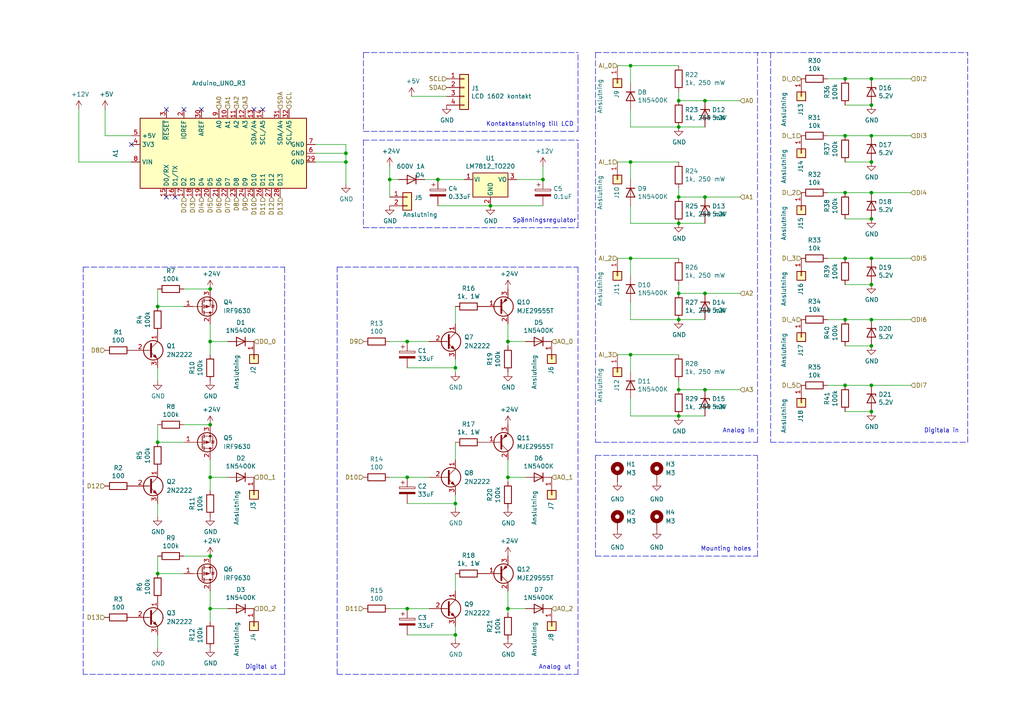
<source format=kicad_sch>
(kicad_sch (version 20211123) (generator eeschema)
  (paper "A4")
  (title_block (title "ITH PLC") (date "2021-12-02") (rev "-") (company "Institutet för tillämpad hydraulik") (comment 1 "Daniel Mårtensson"))
  (junction (at 252.73 55.88))
  (junction (at 252.73 119.38))
  (junction (at 245.11 74.93))
  (junction (at 132.08 106.68))
  (junction (at 45.72 166.37))
  (junction (at 196.85 64.77))
  (junction (at 245.11 22.86))
  (junction (at 196.85 36.83))
  (junction (at 196.85 29.21))
  (junction (at 196.85 113.03))
  (junction (at 100.33 46.99))
  (junction (at 147.32 99.06))
  (junction (at 252.73 111.76))
  (junction (at 118.11 176.53))
  (junction (at 118.11 99.06))
  (junction (at 252.73 22.86))
  (junction (at 204.47 85.09))
  (junction (at 196.85 57.15))
  (junction (at 196.85 92.71))
  (junction (at 252.73 46.99))
  (junction (at 252.73 100.33))
  (junction (at 252.73 30.48))
  (junction (at 127 52.07))
  (junction (at 147.32 138.43))
  (junction (at 245.11 55.88))
  (junction (at 157.48 52.07))
  (junction (at 196.85 85.09))
  (junction (at 252.73 39.37))
  (junction (at 60.96 176.53))
  (junction (at 182.88 74.93))
  (junction (at 118.11 138.43))
  (junction (at 60.96 123.19))
  (junction (at 45.72 128.27))
  (junction (at 60.96 161.29))
  (junction (at 60.96 99.06))
  (junction (at 252.73 92.71))
  (junction (at 142.24 59.69))
  (junction (at 252.73 74.93))
  (junction (at 113.03 52.07))
  (junction (at 245.11 111.76))
  (junction (at 204.47 113.03))
  (junction (at 182.88 19.05))
  (junction (at 204.47 57.15))
  (junction (at 147.32 176.53))
  (junction (at 45.72 88.9))
  (junction (at 252.73 82.55))
  (junction (at 245.11 92.71))
  (junction (at 245.11 39.37))
  (junction (at 204.47 29.21))
  (junction (at 182.88 46.99))
  (junction (at 182.88 102.87))
  (junction (at 196.85 120.65))
  (junction (at 100.33 44.45))
  (junction (at 132.08 146.05))
  (junction (at 252.73 63.5))
  (junction (at 60.96 138.43))
  (junction (at 60.96 83.82))
  (junction (at 132.08 184.15))
  (no_connect (at 50.8 57.15))
  (no_connect (at 48.26 31.75))
  (no_connect (at 76.2 31.75))
  (no_connect (at 73.66 31.75))
  (no_connect (at 38.1 41.91))
  (no_connect (at 53.34 31.75))
  (no_connect (at 58.42 31.75))
  (no_connect (at 48.26 57.15))
  (wire (pts (xy 252.73 30.48) (xy 245.11 30.48)))
  (wire (pts (xy 252.73 63.5) (xy 245.11 63.5)))
  (wire (pts (xy 45.72 149.86) (xy 45.72 146.05)))
  (wire (pts (xy 182.88 107.95) (xy 182.88 102.87)))
  (polyline (pts (xy 82.55 77.47) (xy 82.55 195.58)))
  (wire (pts (xy 132.08 147.32) (xy 132.08 146.05)))
  (wire (pts (xy 53.34 161.29) (xy 60.96 161.29)))
  (wire (pts (xy 204.47 120.65) (xy 196.85 120.65)))
  (wire (pts (xy 132.08 171.45) (xy 132.08 166.37)))
  (wire (pts (xy 252.73 22.86) (xy 245.11 22.86)))
  (wire (pts (xy 132.08 107.95) (xy 132.08 106.68)))
  (wire (pts (xy 147.32 133.35) (xy 147.32 138.43)))
  (wire (pts (xy 113.03 176.53) (xy 118.11 176.53)))
  (wire (pts (xy 252.73 100.33) (xy 245.11 100.33)))
  (wire (pts (xy 118.11 184.15) (xy 132.08 184.15)))
  (wire (pts (xy 60.96 133.35) (xy 60.96 138.43)))
  (wire (pts (xy 45.72 161.29) (xy 45.72 166.37)))
  (wire (pts (xy 252.73 111.76) (xy 264.16 111.76)))
  (wire (pts (xy 204.47 57.15) (xy 214.63 57.15)))
  (wire (pts (xy 182.88 24.13) (xy 182.88 19.05)))
  (wire (pts (xy 196.85 29.21) (xy 204.47 29.21)))
  (polyline (pts (xy 223.52 128.27) (xy 280.67 128.27)))
  (wire (pts (xy 252.73 119.38) (xy 245.11 119.38)))
  (wire (pts (xy 245.11 39.37) (xy 240.03 39.37)))
  (wire (pts (xy 45.72 83.82) (xy 45.72 88.9)))
  (wire (pts (xy 182.88 46.99) (xy 179.07 46.99)))
  (wire (pts (xy 182.88 36.83) (xy 196.85 36.83)))
  (polyline (pts (xy 280.67 128.27) (xy 280.67 15.24)))
  (wire (pts (xy 66.04 99.06) (xy 60.96 99.06)))
  (wire (pts (xy 132.08 93.98) (xy 132.08 88.9)))
  (wire (pts (xy 252.73 39.37) (xy 245.11 39.37)))
  (wire (pts (xy 252.73 82.55) (xy 245.11 82.55)))
  (wire (pts (xy 115.57 52.07) (xy 113.03 52.07)))
  (wire (pts (xy 38.1 39.37) (xy 30.48 39.37)))
  (wire (pts (xy 60.96 99.06) (xy 60.96 102.87)))
  (wire (pts (xy 45.72 128.27) (xy 53.34 128.27)))
  (polyline (pts (xy 97.79 195.58) (xy 167.64 195.58)))
  (wire (pts (xy 100.33 41.91) (xy 100.33 44.45)))
  (wire (pts (xy 182.88 19.05) (xy 196.85 19.05)))
  (wire (pts (xy 147.32 171.45) (xy 147.32 176.53)))
  (wire (pts (xy 147.32 93.98) (xy 147.32 99.06)))
  (polyline (pts (xy 82.55 195.58) (xy 24.13 195.58)))
  (wire (pts (xy 113.03 99.06) (xy 118.11 99.06)))
  (polyline (pts (xy 105.41 40.64) (xy 167.64 40.64)))
  (wire (pts (xy 252.73 46.99) (xy 245.11 46.99)))
  (wire (pts (xy 45.72 88.9) (xy 53.34 88.9)))
  (wire (pts (xy 118.11 106.68) (xy 132.08 106.68)))
  (wire (pts (xy 182.88 92.71) (xy 182.88 87.63)))
  (wire (pts (xy 252.73 92.71) (xy 264.16 92.71)))
  (wire (pts (xy 182.88 19.05) (xy 179.07 19.05)))
  (wire (pts (xy 53.34 123.19) (xy 60.96 123.19)))
  (wire (pts (xy 196.85 85.09) (xy 196.85 82.55)))
  (wire (pts (xy 132.08 185.42) (xy 132.08 184.15)))
  (wire (pts (xy 182.88 102.87) (xy 196.85 102.87)))
  (polyline (pts (xy 172.72 15.24) (xy 172.72 128.27)))
  (wire (pts (xy 204.47 36.83) (xy 196.85 36.83)))
  (wire (pts (xy 182.88 64.77) (xy 182.88 59.69)))
  (wire (pts (xy 245.11 55.88) (xy 240.03 55.88)))
  (polyline (pts (xy 24.13 77.47) (xy 82.55 77.47)))
  (polyline (pts (xy 105.41 66.04) (xy 167.64 66.04)))
  (wire (pts (xy 127 52.07) (xy 134.62 52.07)))
  (wire (pts (xy 149.86 52.07) (xy 157.48 52.07)))
  (wire (pts (xy 45.72 166.37) (xy 53.34 166.37)))
  (wire (pts (xy 142.24 59.69) (xy 127 59.69)))
  (wire (pts (xy 245.11 92.71) (xy 252.73 92.71)))
  (wire (pts (xy 91.44 44.45) (xy 100.33 44.45)))
  (wire (pts (xy 132.08 146.05) (xy 132.08 143.51)))
  (wire (pts (xy 182.88 36.83) (xy 182.88 31.75)))
  (wire (pts (xy 182.88 74.93) (xy 196.85 74.93)))
  (wire (pts (xy 182.88 92.71) (xy 196.85 92.71)))
  (polyline (pts (xy 172.72 15.24) (xy 280.67 15.24)))
  (polyline (pts (xy 219.71 161.29) (xy 219.71 132.08)))
  (wire (pts (xy 45.72 110.49) (xy 45.72 106.68)))
  (polyline (pts (xy 97.79 195.58) (xy 97.79 77.47)))
  (wire (pts (xy 252.73 74.93) (xy 264.16 74.93)))
  (wire (pts (xy 100.33 46.99) (xy 100.33 44.45)))
  (wire (pts (xy 196.85 113.03) (xy 196.85 110.49)))
  (polyline (pts (xy 223.52 15.24) (xy 223.52 128.27)))
  (wire (pts (xy 123.19 52.07) (xy 127 52.07)))
  (wire (pts (xy 157.48 52.07) (xy 157.48 48.26)))
  (wire (pts (xy 91.44 46.99) (xy 100.33 46.99)))
  (wire (pts (xy 240.03 92.71) (xy 245.11 92.71)))
  (wire (pts (xy 204.47 113.03) (xy 214.63 113.03)))
  (polyline (pts (xy 172.72 132.08) (xy 172.72 161.29)))
  (wire (pts (xy 118.11 146.05) (xy 132.08 146.05)))
  (wire (pts (xy 113.03 138.43) (xy 118.11 138.43)))
  (polyline (pts (xy 105.41 40.64) (xy 105.41 66.04)))
  (polyline (pts (xy 167.64 77.47) (xy 167.64 195.58)))
  (wire (pts (xy 152.4 138.43) (xy 147.32 138.43)))
  (wire (pts (xy 118.11 138.43) (xy 124.46 138.43)))
  (wire (pts (xy 147.32 100.33) (xy 147.32 99.06)))
  (wire (pts (xy 252.73 74.93) (xy 245.11 74.93)))
  (wire (pts (xy 204.47 92.71) (xy 196.85 92.71)))
  (wire (pts (xy 182.88 120.65) (xy 196.85 120.65)))
  (wire (pts (xy 30.48 39.37) (xy 30.48 31.75)))
  (wire (pts (xy 22.86 46.99) (xy 38.1 46.99)))
  (wire (pts (xy 60.96 171.45) (xy 60.96 176.53)))
  (wire (pts (xy 60.96 93.98) (xy 60.96 99.06)))
  (polyline (pts (xy 97.79 77.47) (xy 167.64 77.47)))
  (wire (pts (xy 182.88 80.01) (xy 182.88 74.93)))
  (wire (pts (xy 245.11 22.86) (xy 240.03 22.86)))
  (wire (pts (xy 53.34 83.82) (xy 60.96 83.82)))
  (wire (pts (xy 147.32 139.7) (xy 147.32 138.43)))
  (wire (pts (xy 157.48 59.69) (xy 142.24 59.69)))
  (polyline (pts (xy 167.64 38.1) (xy 167.64 15.24)))
  (wire (pts (xy 182.88 120.65) (xy 182.88 115.57)))
  (wire (pts (xy 252.73 55.88) (xy 245.11 55.88)))
  (polyline (pts (xy 105.41 15.24) (xy 167.64 15.24)))
  (wire (pts (xy 196.85 113.03) (xy 204.47 113.03)))
  (wire (pts (xy 252.73 39.37) (xy 264.16 39.37)))
  (wire (pts (xy 129.54 27.94) (xy 119.38 27.94)))
  (wire (pts (xy 196.85 57.15) (xy 196.85 54.61)))
  (wire (pts (xy 196.85 85.09) (xy 204.47 85.09)))
  (wire (pts (xy 45.72 123.19) (xy 45.72 128.27)))
  (wire (pts (xy 113.03 57.15) (xy 113.03 52.07)))
  (wire (pts (xy 118.11 176.53) (xy 124.46 176.53)))
  (wire (pts (xy 132.08 133.35) (xy 132.08 128.27)))
  (wire (pts (xy 66.04 176.53) (xy 60.96 176.53)))
  (wire (pts (xy 252.73 55.88) (xy 264.16 55.88)))
  (wire (pts (xy 182.88 74.93) (xy 179.07 74.93)))
  (wire (pts (xy 204.47 29.21) (xy 214.63 29.21)))
  (polyline (pts (xy 105.41 38.1) (xy 167.64 38.1)))
  (polyline (pts (xy 172.72 132.08) (xy 219.71 132.08)))
  (wire (pts (xy 182.88 102.87) (xy 179.07 102.87)))
  (polyline (pts (xy 105.41 15.24) (xy 105.41 38.1)))
  (wire (pts (xy 182.88 64.77) (xy 196.85 64.77)))
  (wire (pts (xy 132.08 106.68) (xy 132.08 104.14)))
  (wire (pts (xy 60.96 176.53) (xy 60.96 180.34)))
  (wire (pts (xy 204.47 85.09) (xy 214.63 85.09)))
  (wire (pts (xy 204.47 64.77) (xy 196.85 64.77)))
  (wire (pts (xy 152.4 99.06) (xy 147.32 99.06)))
  (wire (pts (xy 182.88 46.99) (xy 196.85 46.99)))
  (wire (pts (xy 196.85 29.21) (xy 196.85 26.67)))
  (polyline (pts (xy 172.72 128.27) (xy 219.71 128.27)))
  (wire (pts (xy 60.96 138.43) (xy 60.96 142.24)))
  (polyline (pts (xy 172.72 161.29) (xy 219.71 161.29)))
  (wire (pts (xy 196.85 57.15) (xy 204.47 57.15)))
  (wire (pts (xy 147.32 177.8) (xy 147.32 176.53)))
  (wire (pts (xy 132.08 184.15) (xy 132.08 181.61)))
  (wire (pts (xy 252.73 22.86) (xy 264.16 22.86)))
  (wire (pts (xy 252.73 111.76) (xy 245.11 111.76)))
  (polyline (pts (xy 24.13 195.58) (xy 24.13 77.47)))
  (wire (pts (xy 245.11 74.93) (xy 240.03 74.93)))
  (wire (pts (xy 22.86 31.75) (xy 22.86 46.99)))
  (wire (pts (xy 45.72 187.96) (xy 45.72 184.15)))
  (wire (pts (xy 118.11 99.06) (xy 124.46 99.06)))
  (wire (pts (xy 245.11 111.76) (xy 240.03 111.76)))
  (wire (pts (xy 113.03 52.07) (xy 113.03 48.26)))
  (wire (pts (xy 100.33 53.34) (xy 100.33 46.99)))
  (polyline (pts (xy 219.71 128.27) (xy 219.71 15.24)))
  (polyline (pts (xy 167.64 66.04) (xy 167.64 40.64)))
  (wire (pts (xy 91.44 41.91) (xy 100.33 41.91)))
  (wire (pts (xy 152.4 176.53) (xy 147.32 176.53)))
  (wire (pts (xy 66.04 138.43) (xy 60.96 138.43)))
  (wire (pts (xy 182.88 52.07) (xy 182.88 46.99)))
  (text "Mounting holes" (at 203.2 160.02 0) (effects (font (size 1.27 1.27)) (justify left bottom)))
  (text "Kontaktanslutning till LCD" (at 140.97 36.83 0) (effects (font (size 1.27 1.27)) (justify left bottom)))
  (text "Analog ut" (at 156.21 194.31 0) (effects (font (size 1.27 1.27)) (justify left bottom)))
  (text "Digital ut" (at 71.12 194.31 0) (effects (font (size 1.27 1.27)) (justify left bottom)))
  (text "Spänningsregulator" (at 148.59 64.77 0) (effects (font (size 1.27 1.27)) (justify left bottom)))
  (text "Analog in" (at 209.55 125.73 0) (effects (font (size 1.27 1.27)) (justify left bottom)))
  (text "Digitala in" (at 267.97 125.73 0) (effects (font (size 1.27 1.27)) (justify left bottom)))
  (hierarchical_label "AI_3" (shape input) (at 179.07 102.87 180))
  (hierarchical_label "DI4" (shape input) (at 58.42 57.15 270))
  (hierarchical_label "D13" (shape input) (at 30.48 179.07 180))
  (hierarchical_label "SCL" (shape input) (at 129.54 22.86 180))
  (hierarchical_label "D9" (shape input) (at 105.41 99.06 180))
  (hierarchical_label "D10" (shape input) (at 105.41 138.43 180))
  (hierarchical_label "D11" (shape input) (at 105.41 176.53 180))
  (hierarchical_label "DI2" (shape input) (at 264.16 22.86 0))
  (hierarchical_label "SDA" (shape input) (at 81.28 31.75 90))
  (hierarchical_label "DI_2" (shape input) (at 232.41 55.88 180))
  (hierarchical_label "DO_2" (shape input) (at 73.66 176.53 0))
  (hierarchical_label "DO_1" (shape input) (at 73.66 138.43 0))
  (hierarchical_label "A1" (shape input) (at 66.04 31.75 90))
  (hierarchical_label "A0" (shape input) (at 63.5 31.75 90))
  (hierarchical_label "DI6" (shape input) (at 264.16 92.71 0))
  (hierarchical_label "A3" (shape input) (at 214.63 113.03 0))
  (hierarchical_label "DI_4" (shape input) (at 232.41 92.71 180))
  (hierarchical_label "D12" (shape input) (at 78.74 57.15 270))
  (hierarchical_label "DI7" (shape input) (at 264.16 111.76 0))
  (hierarchical_label "D13" (shape input) (at 81.28 57.15 270))
  (hierarchical_label "DI2" (shape input) (at 53.34 57.15 270))
  (hierarchical_label "AO_0" (shape input) (at 160.02 99.06 0))
  (hierarchical_label "AI_2" (shape input) (at 179.07 74.93 180))
  (hierarchical_label "A2" (shape input) (at 68.58 31.75 90))
  (hierarchical_label "D8" (shape input) (at 30.48 101.6 180))
  (hierarchical_label "DI_0" (shape input) (at 232.41 22.86 180))
  (hierarchical_label "D11" (shape input) (at 76.2 57.15 270))
  (hierarchical_label "DI5" (shape input) (at 60.96 57.15 270))
  (hierarchical_label "AO_1" (shape input) (at 160.02 138.43 0))
  (hierarchical_label "A3" (shape input) (at 71.12 31.75 90))
  (hierarchical_label "DI6" (shape input) (at 63.5 57.15 270))
  (hierarchical_label "A1" (shape input) (at 214.63 57.15 0))
  (hierarchical_label "A2" (shape input) (at 214.63 85.09 0))
  (hierarchical_label "DI5" (shape input) (at 264.16 74.93 0))
  (hierarchical_label "DI_1" (shape input) (at 232.41 39.37 180))
  (hierarchical_label "AO_2" (shape input) (at 160.02 176.53 0))
  (hierarchical_label "D9" (shape input) (at 71.12 57.15 270))
  (hierarchical_label "SCL" (shape input) (at 83.82 31.75 90))
  (hierarchical_label "D8" (shape input) (at 68.58 57.15 270))
  (hierarchical_label "DO_0" (shape input) (at 73.66 99.06 0))
  (hierarchical_label "D12" (shape input) (at 30.48 140.97 180))
  (hierarchical_label "DI3" (shape input) (at 55.88 57.15 270))
  (hierarchical_label "DI3" (shape input) (at 264.16 39.37 0))
  (hierarchical_label "DI_5" (shape input) (at 232.41 111.76 180))
  (hierarchical_label "DI_3" (shape input) (at 232.41 74.93 180))
  (hierarchical_label "A0" (shape input) (at 214.63 29.21 0))
  (hierarchical_label "AI_0" (shape input) (at 179.07 19.05 180))
  (hierarchical_label "SDA" (shape input) (at 129.54 25.4 180))
  (hierarchical_label "DI7" (shape input) (at 66.04 57.15 270))
  (hierarchical_label "AI_1" (shape input) (at 179.07 46.99 180))
  (hierarchical_label "D10" (shape input) (at 73.66 57.15 270))
  (hierarchical_label "DI4" (shape input) (at 264.16 55.88 0))
  (symbol (lib_id "MCU_Module:Arduino_UNO_R3") (at 63.5 44.45 90) (unit 1)
    (property "Reference" "A1" (at 33.5026 44.45 0))
    (property "Value" "Arduino_UNO_R3" (at 63.5 24.13 90))
    (property "Footprint" "Module:Arduino_UNO_R3" (effects hide))
    (property "Datasheet" "https://www.arduino.cc/en/Main/arduinoBoardUno" (effects hide))
  )
  (symbol (lib_id "Regulator_Linear:LM7812_TO220") (at 142.24 52.07 0) (unit 1)
    (property "Reference" "U1" (at 142.24 45.9232 0))
    (property "Value" "LM7812_TO220" (at 142.24 48.2346 0))
    (property "Footprint" "Package_TO_SOT_THT:TO-220-3_Vertical" (effects hide))
    (property "Datasheet" "https://www.onsemi.cn/PowerSolutions/document/MC7800-D.PDF" (effects hide))
  )
  (symbol (lib_id "power:GND") (at 142.24 59.69 0) (unit 1)
    (property "Reference" "#PWR0101" (effects hide))
    (property "Value" "GND" (at 142.367 64.0842 0))
  )
  (symbol (lib_id "Goobylåda---Kretskort-rescue:CP-Device") (at 127 55.88 0) (unit 1)
    (property "Reference" "C4" (at 129.9972 54.7116 0) (effects (justify left)))
    (property "Value" "0.33uF" (at 129.9972 57.023 0) (effects (justify left)))
    (property "Footprint" "Capacitor_THT:CP_Radial_D5.0mm_P2.00mm" (effects hide))
  )
  (symbol (lib_id "Goobylåda---Kretskort-rescue:CP-Device") (at 157.48 55.88 0) (unit 1)
    (property "Reference" "C5" (at 160.4772 54.7116 0) (effects (justify left)))
    (property "Value" "0.1uF" (at 160.4772 57.023 0) (effects (justify left)))
    (property "Footprint" "Capacitor_THT:CP_Radial_D5.0mm_P2.00mm" (effects hide))
  )
  (symbol (lib_id "power:+12V") (at 157.48 48.26 0) (unit 1)
    (property "Reference" "#PWR0102" (effects hide))
    (property "Value" "+12V" (at 157.861 43.8658 0))
  )
  (symbol (lib_id "power:+24V") (at 113.03 48.26 0) (unit 1)
    (property "Reference" "#PWR0103" (effects hide))
    (property "Value" "+24V" (at 113.411 43.8658 0))
  )
  (symbol (lib_id "Device:R") (at 236.22 22.86 270) (unit 1)
    (property "Reference" "R30" (at 236.22 17.6022 90))
    (property "Value" "10k" (at 236.22 19.9136 90))
    (property "Footprint" "Resistor_THT:R_Axial_DIN0204_L3.6mm_D1.6mm_P7.62mm_Horizontal" (effects hide))
  )
  (symbol (lib_id "Device:D_Zener") (at 252.73 26.67 270) (unit 1)
    (property "Reference" "D16" (at 254.762 25.5016 90) (effects (justify left)))
    (property "Value" "5.2V" (at 254.762 27.813 90) (effects (justify left)))
    (property "Footprint" "Diode_THT:D_DO-35_SOD27_P7.62mm_Horizontal" (effects hide))
  )
  (symbol (lib_id "power:GND") (at 252.73 30.48 0) (unit 1)
    (property "Reference" "#PWR0104" (effects hide))
    (property "Value" "GND" (at 252.857 34.8742 0))
  )
  (symbol (lib_id "Device:R") (at 236.22 39.37 270) (unit 1)
    (property "Reference" "R31" (at 236.22 34.1122 90))
    (property "Value" "10k" (at 236.22 36.4236 90))
    (property "Footprint" "Resistor_THT:R_Axial_DIN0204_L3.6mm_D1.6mm_P7.62mm_Horizontal" (effects hide))
  )
  (symbol (lib_id "Device:D_Zener") (at 252.73 43.18 270) (unit 1)
    (property "Reference" "D17" (at 254.762 42.0116 90) (effects (justify left)))
    (property "Value" "5.2V" (at 254.762 44.323 90) (effects (justify left)))
    (property "Footprint" "Diode_THT:D_DO-35_SOD27_P7.62mm_Horizontal" (effects hide))
  )
  (symbol (lib_id "power:GND") (at 252.73 46.99 0) (unit 1)
    (property "Reference" "#PWR0105" (effects hide))
    (property "Value" "GND" (at 252.857 51.3842 0))
  )
  (symbol (lib_id "Device:R") (at 236.22 55.88 270) (unit 1)
    (property "Reference" "R32" (at 236.22 50.6222 90))
    (property "Value" "10k" (at 236.22 52.9336 90))
    (property "Footprint" "Resistor_THT:R_Axial_DIN0204_L3.6mm_D1.6mm_P7.62mm_Horizontal" (effects hide))
  )
  (symbol (lib_id "Device:D_Zener") (at 252.73 59.69 270) (unit 1)
    (property "Reference" "D18" (at 254.762 58.5216 90) (effects (justify left)))
    (property "Value" "5.2V" (at 254.762 60.833 90) (effects (justify left)))
    (property "Footprint" "Diode_THT:D_DO-35_SOD27_P7.62mm_Horizontal" (effects hide))
  )
  (symbol (lib_id "power:GND") (at 252.73 63.5 0) (unit 1)
    (property "Reference" "#PWR0106" (effects hide))
    (property "Value" "GND" (at 252.857 67.8942 0))
  )
  (symbol (lib_id "Device:R") (at 236.22 74.93 270) (unit 1)
    (property "Reference" "R33" (at 236.22 69.6722 90))
    (property "Value" "10k" (at 236.22 71.9836 90))
    (property "Footprint" "Resistor_THT:R_Axial_DIN0204_L3.6mm_D1.6mm_P7.62mm_Horizontal" (effects hide))
  )
  (symbol (lib_id "Device:D_Zener") (at 252.73 78.74 270) (unit 1)
    (property "Reference" "D19" (at 254.762 77.5716 90) (effects (justify left)))
    (property "Value" "5.2V" (at 254.762 79.883 90) (effects (justify left)))
    (property "Footprint" "Diode_THT:D_DO-35_SOD27_P7.62mm_Horizontal" (effects hide))
  )
  (symbol (lib_id "power:GND") (at 252.73 82.55 0) (unit 1)
    (property "Reference" "#PWR0107" (effects hide))
    (property "Value" "GND" (at 252.857 86.9442 0))
  )
  (symbol (lib_id "Device:R") (at 236.22 92.71 270) (unit 1)
    (property "Reference" "R34" (at 236.22 87.4522 90))
    (property "Value" "10k" (at 236.22 89.7636 90))
    (property "Footprint" "Resistor_THT:R_Axial_DIN0204_L3.6mm_D1.6mm_P7.62mm_Horizontal" (effects hide))
  )
  (symbol (lib_id "Device:D_Zener") (at 252.73 96.52 270) (unit 1)
    (property "Reference" "D20" (at 254.762 95.3516 90) (effects (justify left)))
    (property "Value" "5.2V" (at 254.762 97.663 90) (effects (justify left)))
    (property "Footprint" "Diode_THT:D_DO-35_SOD27_P7.62mm_Horizontal" (effects hide))
  )
  (symbol (lib_id "power:GND") (at 252.73 100.33 0) (unit 1)
    (property "Reference" "#PWR0108" (effects hide))
    (property "Value" "GND" (at 252.857 104.7242 0))
  )
  (symbol (lib_id "Device:R") (at 236.22 111.76 270) (unit 1)
    (property "Reference" "R35" (at 236.22 106.5022 90))
    (property "Value" "10k" (at 236.22 108.8136 90))
    (property "Footprint" "Resistor_THT:R_Axial_DIN0204_L3.6mm_D1.6mm_P7.62mm_Horizontal" (effects hide))
  )
  (symbol (lib_id "Device:D_Zener") (at 252.73 115.57 270) (unit 1)
    (property "Reference" "D21" (at 254.762 114.4016 90) (effects (justify left)))
    (property "Value" "5.2V" (at 254.762 116.713 90) (effects (justify left)))
    (property "Footprint" "Diode_THT:D_DO-35_SOD27_P7.62mm_Horizontal" (effects hide))
  )
  (symbol (lib_id "power:GND") (at 252.73 119.38 0) (unit 1)
    (property "Reference" "#PWR0109" (effects hide))
    (property "Value" "GND" (at 252.857 123.7742 0))
  )
  (symbol (lib_id "power:GND") (at 100.33 53.34 0) (unit 1)
    (property "Reference" "#PWR0110" (effects hide))
    (property "Value" "GND" (at 100.457 57.7342 0))
  )
  (symbol (lib_id "power:+12V") (at 22.86 31.75 0) (unit 1)
    (property "Reference" "#PWR0111" (effects hide))
    (property "Value" "+12V" (at 23.241 27.3558 0))
  )
  (symbol (lib_id "Device:R") (at 196.85 33.02 0) (unit 1)
    (property "Reference" "R23" (at 198.628 31.8516 0) (effects (justify left)))
    (property "Value" "1k, 250 mW" (at 198.628 34.163 0) (effects (justify left)))
    (property "Footprint" "Resistor_THT:R_Axial_DIN0207_L6.3mm_D2.5mm_P10.16mm_Horizontal" (effects hide))
  )
  (symbol (lib_id "Device:R") (at 196.85 22.86 0) (unit 1)
    (property "Reference" "R22" (at 198.628 21.6916 0) (effects (justify left)))
    (property "Value" "1k, 250 mW" (at 198.628 24.003 0) (effects (justify left)))
    (property "Footprint" "Resistor_THT:R_Axial_DIN0207_L6.3mm_D2.5mm_P10.16mm_Horizontal" (effects hide))
  )
  (symbol (lib_id "Device:D_Zener") (at 204.47 33.02 270) (unit 1)
    (property "Reference" "D12" (at 206.502 31.8516 90) (effects (justify left)))
    (property "Value" "5.2V" (at 206.502 34.163 90) (effects (justify left)))
    (property "Footprint" "Diode_THT:D_DO-35_SOD27_P7.62mm_Horizontal" (effects hide))
  )
  (symbol (lib_id "Device:D") (at 182.88 27.94 270) (unit 1)
    (property "Reference" "D8" (at 184.912 26.7716 90) (effects (justify left)))
    (property "Value" "1N5400K" (at 184.912 29.083 90) (effects (justify left)))
    (property "Footprint" "Diode_THT:D_DO-15_P12.70mm_Horizontal" (effects hide))
  )
  (symbol (lib_id "power:GND") (at 196.85 36.83 0) (unit 1)
    (property "Reference" "#PWR0112" (effects hide))
    (property "Value" "GND" (at 196.977 41.2242 0))
  )
  (symbol (lib_id "Device:R") (at 196.85 60.96 0) (unit 1)
    (property "Reference" "R25" (at 198.628 59.7916 0) (effects (justify left)))
    (property "Value" "1k, 250 mW" (at 198.628 62.103 0) (effects (justify left)))
    (property "Footprint" "Resistor_THT:R_Axial_DIN0207_L6.3mm_D2.5mm_P10.16mm_Horizontal" (effects hide))
  )
  (symbol (lib_id "Device:R") (at 196.85 50.8 0) (unit 1)
    (property "Reference" "R24" (at 198.628 49.6316 0) (effects (justify left)))
    (property "Value" "1k, 250 mW" (at 198.628 51.943 0) (effects (justify left)))
    (property "Footprint" "Resistor_THT:R_Axial_DIN0207_L6.3mm_D2.5mm_P10.16mm_Horizontal" (effects hide))
  )
  (symbol (lib_id "Device:D_Zener") (at 204.47 60.96 270) (unit 1)
    (property "Reference" "D13" (at 206.502 59.7916 90) (effects (justify left)))
    (property "Value" "5.2V" (at 206.502 62.103 90) (effects (justify left)))
    (property "Footprint" "Diode_THT:D_DO-35_SOD27_P7.62mm_Horizontal" (effects hide))
  )
  (symbol (lib_id "power:GND") (at 196.85 64.77 0) (unit 1)
    (property "Reference" "#PWR0113" (effects hide))
    (property "Value" "GND" (at 196.977 69.1642 0))
  )
  (symbol (lib_id "Device:R") (at 196.85 88.9 0) (unit 1)
    (property "Reference" "R27" (at 198.628 87.7316 0) (effects (justify left)))
    (property "Value" "1k, 250 mW" (at 198.628 90.043 0) (effects (justify left)))
    (property "Footprint" "Resistor_THT:R_Axial_DIN0207_L6.3mm_D2.5mm_P10.16mm_Horizontal" (effects hide))
  )
  (symbol (lib_id "Device:R") (at 196.85 78.74 0) (unit 1)
    (property "Reference" "R26" (at 198.628 77.5716 0) (effects (justify left)))
    (property "Value" "1k, 250 mW" (at 198.628 79.883 0) (effects (justify left)))
    (property "Footprint" "Resistor_THT:R_Axial_DIN0207_L6.3mm_D2.5mm_P10.16mm_Horizontal" (effects hide))
  )
  (symbol (lib_id "Device:D_Zener") (at 204.47 88.9 270) (unit 1)
    (property "Reference" "D14" (at 206.502 87.7316 90) (effects (justify left)))
    (property "Value" "5.2V" (at 206.502 90.043 90) (effects (justify left)))
    (property "Footprint" "Diode_THT:D_DO-35_SOD27_P7.62mm_Horizontal" (effects hide))
  )
  (symbol (lib_id "power:GND") (at 196.85 92.71 0) (unit 1)
    (property "Reference" "#PWR0114" (effects hide))
    (property "Value" "GND" (at 196.977 97.1042 0))
  )
  (symbol (lib_id "Device:R") (at 196.85 116.84 0) (unit 1)
    (property "Reference" "R29" (at 198.628 115.6716 0) (effects (justify left)))
    (property "Value" "1k, 250 mW" (at 198.628 117.983 0) (effects (justify left)))
    (property "Footprint" "Resistor_THT:R_Axial_DIN0207_L6.3mm_D2.5mm_P10.16mm_Horizontal" (effects hide))
  )
  (symbol (lib_id "Device:R") (at 196.85 106.68 0) (unit 1)
    (property "Reference" "R28" (at 198.628 105.5116 0) (effects (justify left)))
    (property "Value" "1k, 250 mW" (at 198.628 107.823 0) (effects (justify left)))
    (property "Footprint" "Resistor_THT:R_Axial_DIN0207_L6.3mm_D2.5mm_P10.16mm_Horizontal" (effects hide))
  )
  (symbol (lib_id "Device:D_Zener") (at 204.47 116.84 270) (unit 1)
    (property "Reference" "D15" (at 206.502 115.6716 90) (effects (justify left)))
    (property "Value" "5.2V" (at 206.502 117.983 90) (effects (justify left)))
    (property "Footprint" "Diode_THT:D_DO-35_SOD27_P7.62mm_Horizontal" (effects hide))
  )
  (symbol (lib_id "power:GND") (at 196.85 120.65 0) (unit 1)
    (property "Reference" "#PWR0115" (effects hide))
    (property "Value" "GND" (at 196.977 125.0442 0))
  )
  (symbol (lib_id "Device:D") (at 182.88 55.88 270) (unit 1)
    (property "Reference" "D9" (at 184.912 54.7116 90) (effects (justify left)))
    (property "Value" "1N5400K" (at 184.912 57.023 90) (effects (justify left)))
    (property "Footprint" "Diode_THT:D_DO-15_P12.70mm_Horizontal" (effects hide))
  )
  (symbol (lib_id "Device:D") (at 182.88 83.82 270) (unit 1)
    (property "Reference" "D10" (at 184.912 82.6516 90) (effects (justify left)))
    (property "Value" "1N5400K" (at 184.912 84.963 90) (effects (justify left)))
    (property "Footprint" "Diode_THT:D_DO-15_P12.70mm_Horizontal" (effects hide))
  )
  (symbol (lib_id "Device:D") (at 182.88 111.76 270) (unit 1)
    (property "Reference" "D11" (at 184.912 110.5916 90) (effects (justify left)))
    (property "Value" "1N5400K" (at 184.912 112.903 90) (effects (justify left)))
    (property "Footprint" "Diode_THT:D_DO-15_P12.70mm_Horizontal" (effects hide))
  )
  (symbol (lib_id "Connector_Generic:Conn_01x04") (at 134.62 25.4 0) (unit 1)
    (property "Reference" "J1" (at 136.652 25.6032 0) (effects (justify left)))
    (property "Value" "LCD 1602 kontakt" (at 136.652 27.9146 0) (effects (justify left)))
    (property "Footprint" "Connector_PinHeader_2.54mm:PinHeader_1x04_P2.54mm_Vertical" (effects hide))
  )
  (symbol (lib_id "power:+5V") (at 30.48 31.75 0) (unit 1)
    (property "Reference" "#PWR0116" (effects hide))
    (property "Value" "+5V" (at 30.861 27.3558 0))
  )
  (symbol (lib_id "power:GND") (at 129.54 30.48 0) (unit 1)
    (property "Reference" "#PWR0118" (effects hide))
    (property "Value" "GND" (at 129.667 34.8742 0))
  )
  (symbol (lib_id "power:+5V") (at 119.38 27.94 0) (unit 1)
    (property "Reference" "#PWR0117" (effects hide))
    (property "Value" "+5V" (at 119.761 23.5458 0))
  )
  (symbol (lib_id "Device:R") (at 45.72 92.71 0) (unit 1)
    (property "Reference" "R4" (at 40.4622 92.71 90))
    (property "Value" "100k" (at 42.7736 92.71 90))
    (property "Footprint" "Resistor_THT:R_Axial_DIN0204_L3.6mm_D1.6mm_P7.62mm_Horizontal" (effects hide))
  )
  (symbol (lib_id "Device:R") (at 147.32 104.14 0) (unit 1)
    (property "Reference" "R19" (at 142.0622 104.14 90))
    (property "Value" "100k" (at 144.3736 104.14 90))
    (property "Footprint" "Resistor_THT:R_Axial_DIN0204_L3.6mm_D1.6mm_P7.62mm_Horizontal" (effects hide))
  )
  (symbol (lib_id "power:GND") (at 147.32 107.95 0) (unit 1)
    (property "Reference" "#PWR0119" (effects hide))
    (property "Value" "GND" (at 147.447 112.3442 0))
  )
  (symbol (lib_id "Device:D") (at 156.21 99.06 180) (unit 1)
    (property "Reference" "D5" (at 156.21 93.5482 0))
    (property "Value" "1N5400K" (at 156.21 95.8596 0))
    (property "Footprint" "Diode_THT:D_DO-15_P12.70mm_Horizontal" (effects hide))
  )
  (symbol (lib_id "power:+24V") (at 147.32 83.82 0) (unit 1)
    (property "Reference" "#PWR0120" (effects hide))
    (property "Value" "+24V" (at 147.701 79.4258 0))
  )
  (symbol (lib_id "Device:R") (at 135.89 88.9 270) (unit 1)
    (property "Reference" "R16" (at 135.89 83.6422 90))
    (property "Value" "1k, 1W" (at 135.89 85.9536 90))
    (property "Footprint" "Resistor_THT:R_Axial_DIN0207_L6.3mm_D2.5mm_P10.16mm_Horizontal" (effects hide))
  )
  (symbol (lib_id "power:GND") (at 132.08 107.95 0) (unit 1)
    (property "Reference" "#PWR0121" (effects hide))
    (property "Value" "GND" (at 132.207 112.3442 0))
  )
  (symbol (lib_id "Device:R") (at 109.22 99.06 270) (unit 1)
    (property "Reference" "R13" (at 109.22 93.8022 90))
    (property "Value" "100" (at 109.22 96.1136 90))
    (property "Footprint" "Resistor_THT:R_Axial_DIN0204_L3.6mm_D1.6mm_P7.62mm_Horizontal" (effects hide))
  )
  (symbol (lib_id "Device:R") (at 60.96 146.05 0) (unit 1)
    (property "Reference" "R11" (at 55.7022 146.05 90))
    (property "Value" "100k" (at 58.0136 146.05 90))
    (property "Footprint" "Resistor_THT:R_Axial_DIN0204_L3.6mm_D1.6mm_P7.62mm_Horizontal" (effects hide))
  )
  (symbol (lib_id "power:GND") (at 60.96 149.86 0) (unit 1)
    (property "Reference" "#PWR0131" (effects hide))
    (property "Value" "GND" (at 61.087 154.2542 0))
  )
  (symbol (lib_id "power:+24V") (at 60.96 123.19 0) (unit 1)
    (property "Reference" "#PWR0132" (effects hide))
    (property "Value" "+24V" (at 61.341 118.7958 0))
  )
  (symbol (lib_id "Device:R") (at 49.53 123.19 270) (unit 1)
    (property "Reference" "R8" (at 49.53 117.9322 90))
    (property "Value" "100k" (at 49.53 120.2436 90))
    (property "Footprint" "Resistor_THT:R_Axial_DIN0204_L3.6mm_D1.6mm_P7.62mm_Horizontal" (effects hide))
  )
  (symbol (lib_id "power:GND") (at 45.72 149.86 0) (unit 1)
    (property "Reference" "#PWR0133" (effects hide))
    (property "Value" "GND" (at 45.847 154.2542 0))
  )
  (symbol (lib_id "Device:R") (at 34.29 140.97 270) (unit 1)
    (property "Reference" "R2" (at 34.29 135.7122 90))
    (property "Value" "100" (at 34.29 138.0236 90))
    (property "Footprint" "Resistor_THT:R_Axial_DIN0204_L3.6mm_D1.6mm_P7.62mm_Horizontal" (effects hide))
  )
  (symbol (lib_id "Device:R") (at 45.72 132.08 0) (unit 1)
    (property "Reference" "R5" (at 40.4622 132.08 90))
    (property "Value" "100k" (at 42.7736 132.08 90))
    (property "Footprint" "Resistor_THT:R_Axial_DIN0204_L3.6mm_D1.6mm_P7.62mm_Horizontal" (effects hide))
  )
  (symbol (lib_id "Device:R") (at 147.32 143.51 0) (unit 1)
    (property "Reference" "R20" (at 142.0622 143.51 90))
    (property "Value" "100k" (at 144.3736 143.51 90))
    (property "Footprint" "Resistor_THT:R_Axial_DIN0204_L3.6mm_D1.6mm_P7.62mm_Horizontal" (effects hide))
  )
  (symbol (lib_id "power:GND") (at 147.32 147.32 0) (unit 1)
    (property "Reference" "#PWR0122" (effects hide))
    (property "Value" "GND" (at 147.447 151.7142 0))
  )
  (symbol (lib_id "Device:D") (at 156.21 138.43 180) (unit 1)
    (property "Reference" "D6" (at 156.21 132.9182 0))
    (property "Value" "1N5400K" (at 156.21 135.2296 0))
    (property "Footprint" "Diode_THT:D_DO-15_P12.70mm_Horizontal" (effects hide))
  )
  (symbol (lib_id "power:+24V") (at 147.32 123.19 0) (unit 1)
    (property "Reference" "#PWR0123" (effects hide))
    (property "Value" "+24V" (at 147.701 118.7958 0))
  )
  (symbol (lib_id "Device:R") (at 135.89 128.27 270) (unit 1)
    (property "Reference" "R17" (at 135.89 123.0122 90))
    (property "Value" "1k, 1W" (at 135.89 125.3236 90))
    (property "Footprint" "Resistor_THT:R_Axial_DIN0207_L6.3mm_D2.5mm_P10.16mm_Horizontal" (effects hide))
  )
  (symbol (lib_id "power:GND") (at 132.08 147.32 0) (unit 1)
    (property "Reference" "#PWR0124" (effects hide))
    (property "Value" "GND" (at 132.207 151.7142 0))
  )
  (symbol (lib_id "Device:R") (at 109.22 138.43 270) (unit 1)
    (property "Reference" "R14" (at 109.22 133.1722 90))
    (property "Value" "100" (at 109.22 135.4836 90))
    (property "Footprint" "Resistor_THT:R_Axial_DIN0204_L3.6mm_D1.6mm_P7.62mm_Horizontal" (effects hide))
  )
  (symbol (lib_id "Device:R") (at 147.32 181.61 0) (unit 1)
    (property "Reference" "R21" (at 142.0622 181.61 90))
    (property "Value" "100k" (at 144.3736 181.61 90))
    (property "Footprint" "Resistor_THT:R_Axial_DIN0204_L3.6mm_D1.6mm_P7.62mm_Horizontal" (effects hide))
  )
  (symbol (lib_id "power:GND") (at 147.32 185.42 0) (unit 1)
    (property "Reference" "#PWR0125" (effects hide))
    (property "Value" "GND" (at 147.447 189.8142 0))
  )
  (symbol (lib_id "Device:D") (at 156.21 176.53 180) (unit 1)
    (property "Reference" "D7" (at 156.21 171.0182 0))
    (property "Value" "1N5400K" (at 156.21 173.3296 0))
    (property "Footprint" "Diode_THT:D_DO-15_P12.70mm_Horizontal" (effects hide))
  )
  (symbol (lib_id "power:+24V") (at 147.32 161.29 0) (unit 1)
    (property "Reference" "#PWR0126" (effects hide))
    (property "Value" "+24V" (at 147.701 156.8958 0))
  )
  (symbol (lib_id "Device:R") (at 135.89 166.37 270) (unit 1)
    (property "Reference" "R18" (at 135.89 161.1122 90))
    (property "Value" "1k, 1W" (at 135.89 163.4236 90))
    (property "Footprint" "Resistor_THT:R_Axial_DIN0207_L6.3mm_D2.5mm_P10.16mm_Horizontal" (effects hide))
  )
  (symbol (lib_id "power:GND") (at 132.08 185.42 0) (unit 1)
    (property "Reference" "#PWR0127" (effects hide))
    (property "Value" "GND" (at 132.207 189.8142 0))
  )
  (symbol (lib_id "Device:R") (at 109.22 176.53 270) (unit 1)
    (property "Reference" "R15" (at 109.22 171.2722 90))
    (property "Value" "100" (at 109.22 173.5836 90))
    (property "Footprint" "Resistor_THT:R_Axial_DIN0204_L3.6mm_D1.6mm_P7.62mm_Horizontal" (effects hide))
  )
  (symbol (lib_id "Device:R") (at 60.96 184.15 0) (unit 1)
    (property "Reference" "R12" (at 55.7022 184.15 90))
    (property "Value" "100k" (at 58.0136 184.15 90))
    (property "Footprint" "Resistor_THT:R_Axial_DIN0204_L3.6mm_D1.6mm_P7.62mm_Horizontal" (effects hide))
  )
  (symbol (lib_id "power:GND") (at 60.96 187.96 0) (unit 1)
    (property "Reference" "#PWR0134" (effects hide))
    (property "Value" "GND" (at 61.087 192.3542 0))
  )
  (symbol (lib_id "power:+24V") (at 60.96 161.29 0) (unit 1)
    (property "Reference" "#PWR0135" (effects hide))
    (property "Value" "+24V" (at 61.341 156.8958 0))
  )
  (symbol (lib_id "Device:R") (at 49.53 161.29 270) (unit 1)
    (property "Reference" "R9" (at 49.53 156.0322 90))
    (property "Value" "100k" (at 49.53 158.3436 90))
    (property "Footprint" "Resistor_THT:R_Axial_DIN0204_L3.6mm_D1.6mm_P7.62mm_Horizontal" (effects hide))
  )
  (symbol (lib_id "power:GND") (at 45.72 187.96 0) (unit 1)
    (property "Reference" "#PWR0136" (effects hide))
    (property "Value" "GND" (at 45.847 192.3542 0))
  )
  (symbol (lib_id "Device:R") (at 34.29 179.07 270) (unit 1)
    (property "Reference" "R3" (at 34.29 173.8122 90))
    (property "Value" "100" (at 34.29 176.1236 90))
    (property "Footprint" "Resistor_THT:R_Axial_DIN0204_L3.6mm_D1.6mm_P7.62mm_Horizontal" (effects hide))
  )
  (symbol (lib_id "Device:R") (at 45.72 170.18 0) (unit 1)
    (property "Reference" "R6" (at 40.4622 170.18 90))
    (property "Value" "100k" (at 42.7736 170.18 90))
    (property "Footprint" "Resistor_THT:R_Axial_DIN0204_L3.6mm_D1.6mm_P7.62mm_Horizontal" (effects hide))
  )
  (symbol (lib_id "Device:R") (at 60.96 106.68 0) (unit 1)
    (property "Reference" "R10" (at 55.7022 106.68 90))
    (property "Value" "100k" (at 58.0136 106.68 90))
    (property "Footprint" "Resistor_THT:R_Axial_DIN0204_L3.6mm_D1.6mm_P7.62mm_Horizontal" (effects hide))
  )
  (symbol (lib_id "power:GND") (at 60.96 110.49 0) (unit 1)
    (property "Reference" "#PWR0128" (effects hide))
    (property "Value" "GND" (at 61.087 114.8842 0))
  )
  (symbol (lib_id "Device:D") (at 69.85 99.06 180) (unit 1)
    (property "Reference" "D1" (at 69.85 93.5482 0))
    (property "Value" "1N5400K" (at 69.85 95.8596 0))
    (property "Footprint" "Diode_THT:D_DO-15_P12.70mm_Horizontal" (effects hide))
  )
  (symbol (lib_id "power:+24V") (at 60.96 83.82 0) (unit 1)
    (property "Reference" "#PWR0129" (effects hide))
    (property "Value" "+24V" (at 61.341 79.4258 0))
  )
  (symbol (lib_id "Device:R") (at 49.53 83.82 270) (unit 1)
    (property "Reference" "R7" (at 49.53 78.5622 90))
    (property "Value" "100k" (at 49.53 80.8736 90))
    (property "Footprint" "Resistor_THT:R_Axial_DIN0204_L3.6mm_D1.6mm_P7.62mm_Horizontal" (effects hide))
  )
  (symbol (lib_id "power:GND") (at 45.72 110.49 0) (unit 1)
    (property "Reference" "#PWR0130" (effects hide))
    (property "Value" "GND" (at 45.847 114.8842 0))
  )
  (symbol (lib_id "Device:R") (at 34.29 101.6 270) (unit 1)
    (property "Reference" "R1" (at 34.29 96.3422 90))
    (property "Value" "100" (at 34.29 98.6536 90))
    (property "Footprint" "Resistor_THT:R_Axial_DIN0204_L3.6mm_D1.6mm_P7.62mm_Horizontal" (effects hide))
  )
  (symbol (lib_id "Device:D") (at 69.85 138.43 180) (unit 1)
    (property "Reference" "D2" (at 69.85 132.9182 0))
    (property "Value" "1N5400K" (at 69.85 135.2296 0))
    (property "Footprint" "Diode_THT:D_DO-15_P12.70mm_Horizontal" (effects hide))
  )
  (symbol (lib_id "Device:D") (at 69.85 176.53 180) (unit 1)
    (property "Reference" "D3" (at 69.85 171.0182 0))
    (property "Value" "1N5400K" (at 69.85 173.3296 0))
    (property "Footprint" "Diode_THT:D_DO-15_P12.70mm_Horizontal" (effects hide))
  )
  (symbol (lib_id "Device:D") (at 119.38 52.07 180) (unit 1)
    (property "Reference" "D4" (at 123.19 50.8 0) (effects (justify left)))
    (property "Value" "600V 1A" (at 123.19 48.26 0) (effects (justify left)))
    (property "Footprint" "Diode_THT:D_DO-41_SOD81_P10.16mm_Horizontal" (effects hide))
  )
  (symbol (lib_id "Goobylåda---Kretskort-rescue:CP-Device") (at 118.11 102.87 0) (unit 1)
    (property "Reference" "C1" (at 121.1072 101.7016 0) (effects (justify left)))
    (property "Value" "33uF" (at 121.1072 104.013 0) (effects (justify left)))
    (property "Footprint" "Capacitor_THT:CP_Radial_D5.0mm_P2.00mm" (effects hide))
  )
  (symbol (lib_id "Goobylåda---Kretskort-rescue:CP-Device") (at 118.11 142.24 0) (unit 1)
    (property "Reference" "C2" (at 121.1072 141.0716 0) (effects (justify left)))
    (property "Value" "33uF" (at 121.1072 143.383 0) (effects (justify left)))
    (property "Footprint" "Capacitor_THT:CP_Radial_D5.0mm_P2.00mm" (effects hide))
  )
  (symbol (lib_id "Goobylåda---Kretskort-rescue:CP-Device") (at 118.11 180.34 0) (unit 1)
    (property "Reference" "C3" (at 121.1072 179.1716 0) (effects (justify left)))
    (property "Value" "33uF" (at 121.1072 181.483 0) (effects (justify left)))
    (property "Footprint" "Capacitor_THT:CP_Radial_D5.0mm_P2.00mm" (effects hide))
  )
  (symbol (lib_id "Device:R") (at 245.11 26.67 0) (unit 1)
    (property "Reference" "R36" (at 239.8522 26.67 90))
    (property "Value" "100k" (at 242.1636 26.67 90))
    (property "Footprint" "Resistor_THT:R_Axial_DIN0204_L3.6mm_D1.6mm_P7.62mm_Horizontal" (effects hide))
  )
  (symbol (lib_id "Device:R") (at 245.11 43.18 0) (unit 1)
    (property "Reference" "R37" (at 239.8522 43.18 90))
    (property "Value" "100k" (at 242.1636 43.18 90))
    (property "Footprint" "Resistor_THT:R_Axial_DIN0204_L3.6mm_D1.6mm_P7.62mm_Horizontal" (effects hide))
  )
  (symbol (lib_id "Device:R") (at 245.11 59.69 0) (unit 1)
    (property "Reference" "R38" (at 239.8522 59.69 90))
    (property "Value" "100k" (at 242.1636 59.69 90))
    (property "Footprint" "Resistor_THT:R_Axial_DIN0204_L3.6mm_D1.6mm_P7.62mm_Horizontal" (effects hide))
  )
  (symbol (lib_id "Device:R") (at 245.11 78.74 0) (unit 1)
    (property "Reference" "R39" (at 239.8522 78.74 90))
    (property "Value" "100k" (at 242.1636 78.74 90))
    (property "Footprint" "Resistor_THT:R_Axial_DIN0204_L3.6mm_D1.6mm_P7.62mm_Horizontal" (effects hide))
  )
  (symbol (lib_id "Device:R") (at 245.11 96.52 0) (unit 1)
    (property "Reference" "R40" (at 239.8522 96.52 90))
    (property "Value" "100k" (at 242.1636 96.52 90))
    (property "Footprint" "Resistor_THT:R_Axial_DIN0204_L3.6mm_D1.6mm_P7.62mm_Horizontal" (effects hide))
  )
  (symbol (lib_id "Device:R") (at 245.11 115.57 0) (unit 1)
    (property "Reference" "R41" (at 239.8522 115.57 90))
    (property "Value" "100k" (at 242.1636 115.57 90))
    (property "Footprint" "Resistor_THT:R_Axial_DIN0204_L3.6mm_D1.6mm_P7.62mm_Horizontal" (effects hide))
  )
  (symbol (lib_id "Connector_Generic:Conn_01x02") (at 118.11 57.15 0) (unit 1)
    (property "Reference" "J5" (at 120.142 57.3532 0) (effects (justify left)))
    (property "Value" "Anslutning" (at 116.84 62.23 0) (effects (justify left)))
    (property "Footprint" "Connector_PinHeader_2.54mm:PinHeader_1x02_P2.54mm_Vertical" (effects hide))
  )
  (symbol (lib_id "power:GND") (at 113.03 59.69 0) (unit 1)
    (property "Reference" "#PWR0137" (effects hide))
    (property "Value" "GND" (at 113.157 64.0842 0))
  )
  (symbol (lib_id "Connector_Generic:Conn_01x01") (at 73.66 104.14 270) (unit 1)
    (property "Reference" "J2" (at 73.4568 106.172 0) (effects (justify left)))
    (property "Value" "Anslutning" (at 68.58 102.87 0) (effects (justify left)))
    (property "Footprint" "Connector_PinHeader_2.54mm:PinHeader_1x01_P2.54mm_Vertical" (effects hide))
  )
  (symbol (lib_id "Connector_Generic:Conn_01x01") (at 73.66 143.51 270) (unit 1)
    (property "Reference" "J3" (at 73.4568 145.542 0) (effects (justify left)))
    (property "Value" "Anslutning" (at 68.58 142.24 0) (effects (justify left)))
    (property "Footprint" "Connector_PinHeader_2.54mm:PinHeader_1x01_P2.54mm_Vertical" (effects hide))
  )
  (symbol (lib_id "Connector_Generic:Conn_01x01") (at 73.66 181.61 270) (unit 1)
    (property "Reference" "J4" (at 73.4568 183.642 0) (effects (justify left)))
    (property "Value" "Anslutning" (at 68.58 180.34 0) (effects (justify left)))
    (property "Footprint" "Connector_PinHeader_2.54mm:PinHeader_1x01_P2.54mm_Vertical" (effects hide))
  )
  (symbol (lib_id "Connector_Generic:Conn_01x01") (at 160.02 181.61 270) (unit 1)
    (property "Reference" "J8" (at 159.8168 183.642 0) (effects (justify left)))
    (property "Value" "Anslutning" (at 154.94 180.34 0) (effects (justify left)))
    (property "Footprint" "Connector_PinHeader_2.54mm:PinHeader_1x01_P2.54mm_Vertical" (effects hide))
  )
  (symbol (lib_id "Connector_Generic:Conn_01x01") (at 160.02 143.51 270) (unit 1)
    (property "Reference" "J7" (at 159.8168 145.542 0) (effects (justify left)))
    (property "Value" "Anslutning" (at 154.94 142.24 0) (effects (justify left)))
    (property "Footprint" "Connector_PinHeader_2.54mm:PinHeader_1x01_P2.54mm_Vertical" (effects hide))
  )
  (symbol (lib_id "Connector_Generic:Conn_01x01") (at 160.02 104.14 270) (unit 1)
    (property "Reference" "J6" (at 159.8168 106.172 0) (effects (justify left)))
    (property "Value" "Anslutning" (at 154.94 102.87 0) (effects (justify left)))
    (property "Footprint" "Connector_PinHeader_2.54mm:PinHeader_1x01_P2.54mm_Vertical" (effects hide))
  )
  (symbol (lib_id "Connector_Generic:Conn_01x01") (at 179.07 107.95 270) (unit 1)
    (property "Reference" "J12" (at 178.8668 109.982 0) (effects (justify left)))
    (property "Value" "Anslutning" (at 173.99 106.68 0) (effects (justify left)))
    (property "Footprint" "Connector_PinHeader_2.54mm:PinHeader_1x01_P2.54mm_Vertical" (effects hide))
  )
  (symbol (lib_id "Connector_Generic:Conn_01x01") (at 179.07 80.01 270) (unit 1)
    (property "Reference" "J11" (at 178.8668 82.042 0) (effects (justify left)))
    (property "Value" "Anslutning" (at 173.99 78.74 0) (effects (justify left)))
    (property "Footprint" "Connector_PinHeader_2.54mm:PinHeader_1x01_P2.54mm_Vertical" (effects hide))
  )
  (symbol (lib_id "Connector_Generic:Conn_01x01") (at 179.07 52.07 270) (unit 1)
    (property "Reference" "J10" (at 178.8668 54.102 0) (effects (justify left)))
    (property "Value" "Anslutning" (at 173.99 50.8 0) (effects (justify left)))
    (property "Footprint" "Connector_PinHeader_2.54mm:PinHeader_1x01_P2.54mm_Vertical" (effects hide))
  )
  (symbol (lib_id "Connector_Generic:Conn_01x01") (at 179.07 24.13 270) (unit 1)
    (property "Reference" "J9" (at 178.8668 26.162 0) (effects (justify left)))
    (property "Value" "Anslutning" (at 173.99 22.86 0) (effects (justify left)))
    (property "Footprint" "Connector_PinHeader_2.54mm:PinHeader_1x01_P2.54mm_Vertical" (effects hide))
  )
  (symbol (lib_id "Connector_Generic:Conn_01x01") (at 232.41 27.94 270) (unit 1)
    (property "Reference" "J13" (at 232.2068 29.972 0) (effects (justify left)))
    (property "Value" "Anslutning" (at 227.33 26.67 0) (effects (justify left)))
    (property "Footprint" "Connector_PinHeader_2.54mm:PinHeader_1x01_P2.54mm_Vertical" (effects hide))
  )
  (symbol (lib_id "Connector_Generic:Conn_01x01") (at 232.41 44.45 270) (unit 1)
    (property "Reference" "J14" (at 232.2068 46.482 0) (effects (justify left)))
    (property "Value" "Anslutning" (at 227.33 43.18 0) (effects (justify left)))
    (property "Footprint" "Connector_PinHeader_2.54mm:PinHeader_1x01_P2.54mm_Vertical" (effects hide))
  )
  (symbol (lib_id "Connector_Generic:Conn_01x01") (at 232.41 60.96 270) (unit 1)
    (property "Reference" "J15" (at 232.2068 62.992 0) (effects (justify left)))
    (property "Value" "Anslutning" (at 227.33 59.69 0) (effects (justify left)))
    (property "Footprint" "Connector_PinHeader_2.54mm:PinHeader_1x01_P2.54mm_Vertical" (effects hide))
  )
  (symbol (lib_id "Connector_Generic:Conn_01x01") (at 232.41 80.01 270) (unit 1)
    (property "Reference" "J16" (at 232.2068 82.042 0) (effects (justify left)))
    (property "Value" "Anslutning" (at 227.33 78.74 0) (effects (justify left)))
    (property "Footprint" "Connector_PinHeader_2.54mm:PinHeader_1x01_P2.54mm_Vertical" (effects hide))
  )
  (symbol (lib_id "Connector_Generic:Conn_01x01") (at 232.41 97.79 270) (unit 1)
    (property "Reference" "J17" (at 232.2068 99.822 0) (effects (justify left)))
    (property "Value" "Anslutning" (at 227.33 96.52 0) (effects (justify left)))
    (property "Footprint" "Connector_PinHeader_2.54mm:PinHeader_1x01_P2.54mm_Vertical" (effects hide))
  )
  (symbol (lib_id "Connector_Generic:Conn_01x01") (at 232.41 116.84 270) (unit 1)
    (property "Reference" "J18" (at 232.2068 118.872 0) (effects (justify left)))
    (property "Value" "Anslutning" (at 227.33 115.57 0) (effects (justify left)))
    (property "Footprint" "Connector_PinHeader_2.54mm:PinHeader_1x01_P2.54mm_Vertical" (effects hide))
  )
  (symbol (lib_id "Device:Q_PNP_BCE") (at 144.78 88.9 0) (mirror x) (unit 1)
    (property "Reference" "Q10" (at 149.86 87.6299 0) (effects (justify left)))
    (property "Value" "MJE29555T" (at 149.86 90.1699 0) (effects (justify left)))
    (property "Footprint" "Package_TO_SOT_THT:TO-220-3_Vertical" (effects hide))
    (property "Datasheet" "http://www.onsemi.com/pub_link/Collateral/2N3055-D.PDF" (effects hide))
  )
  (symbol (lib_id "Transistor_FET:IRF9540N") (at 58.42 128.27 0) (mirror x) (unit 1)
    (property "Reference" "Q5" (at 64.77 126.9999 0) (effects (justify left)))
    (property "Value" "IRF9630" (at 64.77 129.5399 0) (effects (justify left)))
    (property "Footprint" "Package_TO_SOT_THT:TO-220-3_Vertical" (effects hide))
    (property "Datasheet" "http://www.irf.com/product-info/datasheets/data/irf9540n.pdf" (effects hide))
  )
  (symbol (lib_id "Transistor_BJT:BC547") (at 43.18 140.97 0) (unit 1)
    (property "Reference" "Q2" (at 48.26 139.6999 0) (effects (justify left)))
    (property "Value" "2N2222" (at 48.26 142.2399 0) (effects (justify left)))
    (property "Footprint" "Package_TO_SOT_THT:TO-92_Inline" (effects hide))
    (property "Datasheet" "https://www.onsemi.com/pub/Collateral/BC550-D.pdf" (effects hide))
  )
  (symbol (lib_id "Transistor_FET:IRF9540N") (at 58.42 88.9 0) (mirror x) (unit 1)
    (property "Reference" "Q4" (at 64.77 87.6299 0) (effects (justify left)))
    (property "Value" "IRF9630" (at 64.77 90.1699 0) (effects (justify left)))
    (property "Footprint" "Package_TO_SOT_THT:TO-220-3_Vertical" (effects hide))
    (property "Datasheet" "http://www.irf.com/product-info/datasheets/data/irf9540n.pdf" (effects hide))
  )
  (symbol (lib_id "Transistor_FET:IRF9540N") (at 58.42 166.37 0) (mirror x) (unit 1)
    (property "Reference" "Q6" (at 64.77 165.0999 0) (effects (justify left)))
    (property "Value" "IRF9630" (at 64.77 167.6399 0) (effects (justify left)))
    (property "Footprint" "Package_TO_SOT_THT:TO-220-3_Vertical" (effects hide))
    (property "Datasheet" "http://www.irf.com/product-info/datasheets/data/irf9540n.pdf" (effects hide))
  )
  (symbol (lib_id "Device:Q_PNP_BCE") (at 144.78 166.37 0) (mirror x) (unit 1)
    (property "Reference" "Q12" (at 149.86 165.0999 0) (effects (justify left)))
    (property "Value" "MJE29555T" (at 149.86 167.6399 0) (effects (justify left)))
    (property "Footprint" "Package_TO_SOT_THT:TO-220-3_Vertical" (effects hide))
    (property "Datasheet" "http://www.onsemi.com/pub_link/Collateral/2N3055-D.PDF" (effects hide))
  )
  (symbol (lib_id "power:GND") (at 190.5 153.67 0) (unit 1)
    (property "Reference" "#PWR04" (effects hide))
    (property "Value" "GND" (at 190.5 158.75 0))
  )
  (symbol (lib_id "Mechanical:MountingHole_Pad") (at 179.07 151.13 0) (unit 1)
    (property "Reference" "H2" (at 181.61 148.5899 0) (effects (justify left)))
    (property "Value" "M3" (at 181.61 151.1299 0) (effects (justify left)))
    (property "Footprint" "MountingHole:MountingHole_3.2mm_M3_ISO7380_Pad" (effects hide))
  )
  (symbol (lib_id "Transistor_BJT:BC547") (at 43.18 179.07 0) (unit 1)
    (property "Reference" "Q3" (at 48.26 177.7999 0) (effects (justify left)))
    (property "Value" "2N2222" (at 48.26 180.3399 0) (effects (justify left)))
    (property "Footprint" "Package_TO_SOT_THT:TO-92_Inline" (effects hide))
    (property "Datasheet" "https://www.onsemi.com/pub/Collateral/BC550-D.pdf" (effects hide))
  )
  (symbol (lib_id "Transistor_BJT:BC547") (at 129.54 176.53 0) (unit 1)
    (property "Reference" "Q9" (at 134.62 175.2599 0) (effects (justify left)))
    (property "Value" "2N2222" (at 134.62 177.7999 0) (effects (justify left)))
    (property "Footprint" "Package_TO_SOT_THT:TO-92_Inline" (effects hide))
    (property "Datasheet" "https://www.onsemi.com/pub/Collateral/BC550-D.pdf" (effects hide))
  )
  (symbol (lib_id "power:GND") (at 190.5 139.7 0) (unit 1)
    (property "Reference" "#PWR03" (effects hide))
    (property "Value" "GND" (at 190.5 144.78 0))
  )
  (symbol (lib_id "Device:Q_PNP_BCE") (at 144.78 128.27 0) (mirror x) (unit 1)
    (property "Reference" "Q11" (at 149.86 126.9999 0) (effects (justify left)))
    (property "Value" "MJE29555T" (at 149.86 129.5399 0) (effects (justify left)))
    (property "Footprint" "Package_TO_SOT_THT:TO-220-3_Vertical" (effects hide))
    (property "Datasheet" "http://www.onsemi.com/pub_link/Collateral/2N3055-D.PDF" (effects hide))
  )
  (symbol (lib_id "power:GND") (at 179.07 139.7 0) (unit 1)
    (property "Reference" "#PWR01" (effects hide))
    (property "Value" "GND" (at 179.07 144.78 0))
  )
  (symbol (lib_id "power:GND") (at 179.07 153.67 0) (unit 1)
    (property "Reference" "#PWR02" (effects hide))
    (property "Value" "GND" (at 179.07 158.75 0))
  )
  (symbol (lib_id "Mechanical:MountingHole_Pad") (at 179.07 137.16 0) (unit 1)
    (property "Reference" "H1" (at 181.61 134.6199 0) (effects (justify left)))
    (property "Value" "M3" (at 181.61 137.1599 0) (effects (justify left)))
    (property "Footprint" "MountingHole:MountingHole_3.2mm_M3_ISO7380_Pad" (effects hide))
  )
  (symbol (lib_id "Transistor_BJT:BC547") (at 129.54 138.43 0) (unit 1)
    (property "Reference" "Q8" (at 134.62 137.1599 0) (effects (justify left)))
    (property "Value" "2N2222" (at 134.62 139.6999 0) (effects (justify left)))
    (property "Footprint" "Package_TO_SOT_THT:TO-92_Inline" (effects hide))
    (property "Datasheet" "https://www.onsemi.com/pub/Collateral/BC550-D.pdf" (effects hide))
  )
  (symbol (lib_id "Transistor_BJT:BC547") (at 43.18 101.6 0) (unit 1)
    (property "Reference" "Q1" (at 48.26 100.3299 0) (effects (justify left)))
    (property "Value" "2N2222" (at 48.26 102.8699 0) (effects (justify left)))
    (property "Footprint" "Package_TO_SOT_THT:TO-92_Inline" (effects hide))
    (property "Datasheet" "https://www.onsemi.com/pub/Collateral/BC550-D.pdf" (effects hide))
  )
  (symbol (lib_id "Transistor_BJT:BC547") (at 129.54 99.06 0) (unit 1)
    (property "Reference" "Q7" (at 134.62 97.7899 0) (effects (justify left)))
    (property "Value" "2N2222" (at 134.62 100.3299 0) (effects (justify left)))
    (property "Footprint" "Package_TO_SOT_THT:TO-92_Inline" (effects hide))
    (property "Datasheet" "https://www.onsemi.com/pub/Collateral/BC550-D.pdf" (effects hide))
  )
  (symbol (lib_id "Mechanical:MountingHole_Pad") (at 190.5 151.13 0) (unit 1)
    (property "Reference" "H4" (at 193.04 148.5899 0) (effects (justify left)))
    (property "Value" "M3" (at 193.04 151.1299 0) (effects (justify left)))
    (property "Footprint" "MountingHole:MountingHole_3.2mm_M3_ISO7380_Pad" (effects hide))
  )
  (symbol (lib_id "Mechanical:MountingHole_Pad") (at 190.5 137.16 0) (unit 1)
    (property "Reference" "H3" (at 193.04 134.6199 0) (effects (justify left)))
    (property "Value" "M3" (at 193.04 137.1599 0) (effects (justify left)))
    (property "Footprint" "MountingHole:MountingHole_3.2mm_M3_ISO7380_Pad" (effects hide))
  )
)
</source>
